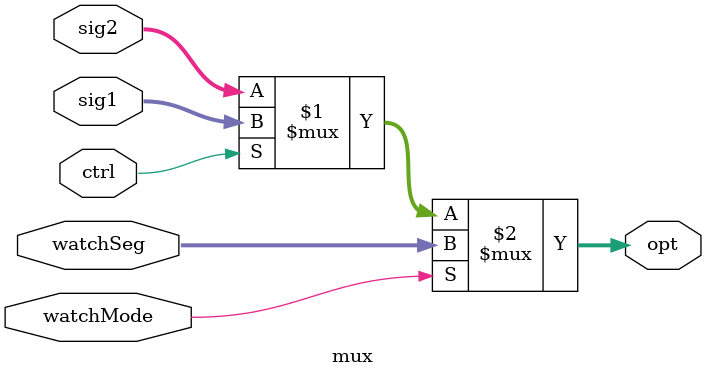
<source format=v>
`timescale 1ns / 1ps


module mux(input [15:0]sig1, sig2, watchSeg, input ctrl, watchMode, output [15:0] opt);

    assign opt = (watchMode) ? watchSeg : (ctrl) ? sig1 : sig2; //Ctrl on == sig1
    
endmodule

</source>
